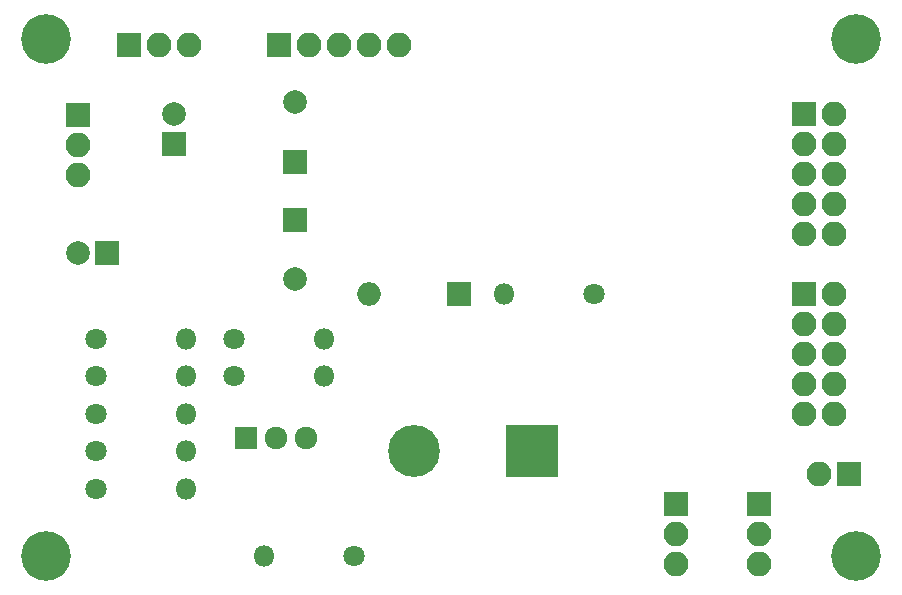
<source format=gbr>
G04 #@! TF.FileFunction,Soldermask,Bot*
%FSLAX46Y46*%
G04 Gerber Fmt 4.6, Leading zero omitted, Abs format (unit mm)*
G04 Created by KiCad (PCBNEW 4.0.4-stable) date 12/11/17 12:25:10*
%MOMM*%
%LPD*%
G01*
G04 APERTURE LIST*
%ADD10C,0.100000*%
%ADD11R,2.100000X2.100000*%
%ADD12O,2.100000X2.100000*%
%ADD13C,4.200000*%
%ADD14R,2.000000X2.000000*%
%ADD15C,2.000000*%
%ADD16R,4.400000X4.400000*%
%ADD17C,4.400000*%
%ADD18O,2.000000X2.000000*%
%ADD19C,1.920000*%
%ADD20R,1.920000X1.920000*%
%ADD21C,1.800000*%
%ADD22O,1.800000X1.800000*%
G04 APERTURE END LIST*
D10*
D11*
X112395000Y-66675000D03*
D12*
X114935000Y-66675000D03*
X112395000Y-69215000D03*
X114935000Y-69215000D03*
X112395000Y-71755000D03*
X114935000Y-71755000D03*
X112395000Y-74295000D03*
X114935000Y-74295000D03*
X112395000Y-76835000D03*
X114935000Y-76835000D03*
D13*
X116840000Y-104140000D03*
X116840000Y-60325000D03*
X48260000Y-60325000D03*
D14*
X53427000Y-78486000D03*
D15*
X50927000Y-78486000D03*
D14*
X59055000Y-69215000D03*
D15*
X59055000Y-66715000D03*
D16*
X89375000Y-95250000D03*
D17*
X79375000Y-95250000D03*
D14*
X83185000Y-81915000D03*
D18*
X75565000Y-81915000D03*
D11*
X50960814Y-66797522D03*
D12*
X50960814Y-69337522D03*
X50960814Y-71877522D03*
D11*
X101600000Y-99695000D03*
D12*
X101600000Y-102235000D03*
X101600000Y-104775000D03*
D11*
X108585000Y-99695000D03*
D12*
X108585000Y-102235000D03*
X108585000Y-104775000D03*
D11*
X67945000Y-60833000D03*
D12*
X70485000Y-60833000D03*
X73025000Y-60833000D03*
X75565000Y-60833000D03*
X78105000Y-60833000D03*
D11*
X112395000Y-81915000D03*
D12*
X114935000Y-81915000D03*
X112395000Y-84455000D03*
X114935000Y-84455000D03*
X112395000Y-86995000D03*
X114935000Y-86995000D03*
X112395000Y-89535000D03*
X114935000Y-89535000D03*
X112395000Y-92075000D03*
X114935000Y-92075000D03*
D19*
X67691000Y-94107000D03*
X70231000Y-94107000D03*
D20*
X65151000Y-94107000D03*
D21*
X64135000Y-88900000D03*
D22*
X71755000Y-88900000D03*
D21*
X74295000Y-104140000D03*
D22*
X66675000Y-104140000D03*
D21*
X64135000Y-85725000D03*
D22*
X71755000Y-85725000D03*
D21*
X94615000Y-81915000D03*
D22*
X86995000Y-81915000D03*
D21*
X52451000Y-85725000D03*
D22*
X60071000Y-85725000D03*
D21*
X52451000Y-92075000D03*
D22*
X60071000Y-92075000D03*
D21*
X52451000Y-88900000D03*
D22*
X60071000Y-88900000D03*
D21*
X52451000Y-95250000D03*
D22*
X60071000Y-95250000D03*
D21*
X52451000Y-98425000D03*
D22*
X60071000Y-98425000D03*
D11*
X55245000Y-60833000D03*
D12*
X57785000Y-60833000D03*
X60325000Y-60833000D03*
D13*
X48260000Y-104140000D03*
D11*
X116205000Y-97155000D03*
D12*
X113665000Y-97155000D03*
D14*
X69342000Y-70739000D03*
D15*
X69342000Y-65739000D03*
D14*
X69342000Y-75692000D03*
D15*
X69342000Y-80692000D03*
M02*

</source>
